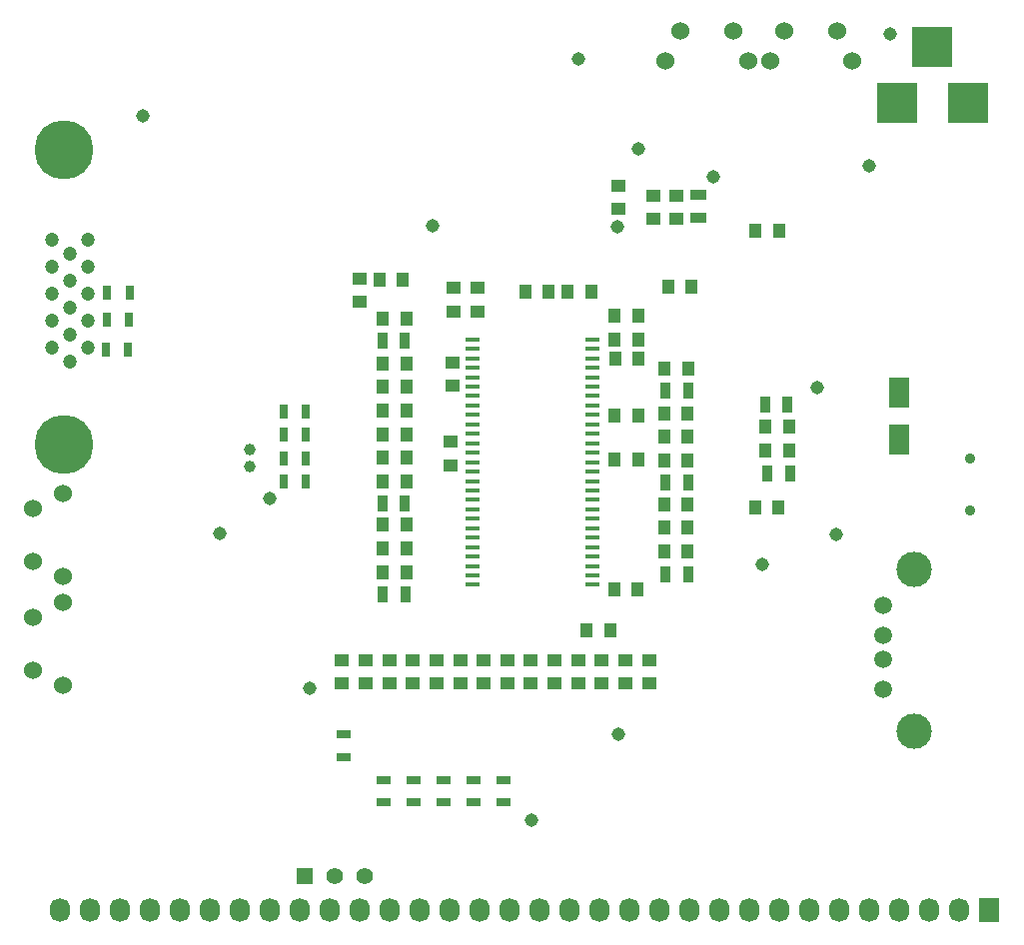
<source format=gbs>
%TF.GenerationSoftware,KiCad,Pcbnew,0.201506262353+5832~23~ubuntu14.04.1-product*%
%TF.CreationDate,2015-07-01T01:08:02-03:00*%
%TF.JobID,BoardRZA1,426F617264525A41312E6B696361645F,rev?*%
%TF.FileFunction,Soldermask,Bot*%
%FSLAX46Y46*%
G04 Gerber Fmt 4.6, Leading zero omitted, Abs format (unit mm)*
G04 Created by KiCad (PCBNEW 0.201506262353+5832~23~ubuntu14.04.1-product) date mié 01 jul 2015 01:08:02 ART*
%MOMM*%
G01*
G04 APERTURE LIST*
%ADD10C,0.100000*%
%ADD11C,5.001260*%
%ADD12C,1.198880*%
%ADD13C,0.899160*%
%ADD14C,1.501140*%
%ADD15C,2.999740*%
%ADD16R,3.500120X3.500120*%
%ADD17R,1.800860X2.499360*%
%ADD18R,0.889000X1.397000*%
%ADD19R,1.397000X0.889000*%
%ADD20C,1.524000*%
%ADD21R,1.150620X0.457200*%
%ADD22C,1.000760*%
%ADD23C,1.143000*%
%ADD24R,1.397000X1.397000*%
%ADD25C,1.397000*%
%ADD26R,1.727200X2.032000*%
%ADD27O,1.727200X2.032000*%
%ADD28R,1.000000X1.250000*%
%ADD29R,1.250000X1.000000*%
%ADD30R,1.300000X0.700000*%
%ADD31R,0.700000X1.300000*%
G04 APERTURE END LIST*
D10*
D11*
X38277800Y-53848000D03*
D12*
X40276780Y-41087040D03*
X40276780Y-43373040D03*
X40276780Y-45664120D03*
X40276780Y-38793420D03*
X40276780Y-36504880D03*
X38778180Y-39938960D03*
X38778180Y-42227500D03*
X38778180Y-44518580D03*
X38778180Y-46809660D03*
D11*
X38277800Y-28859480D03*
D12*
X38778180Y-37647880D03*
X37277040Y-45664120D03*
X37277040Y-43373040D03*
X37279580Y-41084500D03*
X37277040Y-38793420D03*
X37277040Y-36504880D03*
D13*
X115076160Y-59413140D03*
X115076160Y-55013860D03*
D14*
X107700000Y-67500000D03*
X107700000Y-70040000D03*
X107700000Y-72072000D03*
X107700000Y-74612000D03*
D15*
X110367000Y-64452000D03*
X110367000Y-78168000D03*
D16*
X108861860Y-24892000D03*
X114861340Y-24892000D03*
X111861600Y-20193000D03*
D17*
X109090460Y-53441600D03*
X109090460Y-49443640D03*
D18*
X67177500Y-45075000D03*
X65272500Y-45075000D03*
X67227500Y-66550000D03*
X65322500Y-66550000D03*
X89247500Y-64850000D03*
X91152500Y-64850000D03*
X89247500Y-57050000D03*
X91152500Y-57050000D03*
D19*
X92025000Y-32722500D03*
X92025000Y-34627500D03*
D18*
X65272500Y-58850000D03*
X67177500Y-58850000D03*
X89247500Y-49275000D03*
X91152500Y-49275000D03*
X99602500Y-50475000D03*
X97697500Y-50475000D03*
X99827500Y-56325000D03*
X97922500Y-56325000D03*
D20*
X38176600Y-67234000D03*
X38176600Y-74244000D03*
X35686600Y-68489000D03*
X35686600Y-72989000D03*
X38176600Y-58039200D03*
X38176600Y-65049200D03*
X35686600Y-59294200D03*
X35686600Y-63794200D03*
X105105000Y-21311000D03*
X98095000Y-21311000D03*
X103850000Y-18821000D03*
X99350000Y-18821000D03*
X96278500Y-21311000D03*
X89268500Y-21311000D03*
X95023500Y-18821000D03*
X90523500Y-18821000D03*
D21*
X83081000Y-44941500D03*
X83081000Y-45741600D03*
X83081000Y-46541700D03*
X83081000Y-47341800D03*
X83081000Y-48141900D03*
X83081000Y-48942000D03*
X83081000Y-49742100D03*
X83081000Y-50542200D03*
X83081000Y-51342300D03*
X83081000Y-52142400D03*
X83081000Y-52942500D03*
X83081000Y-53742600D03*
X83081000Y-54542700D03*
X83081000Y-55342800D03*
X83081000Y-56142900D03*
X83081000Y-56943000D03*
X83081000Y-57743100D03*
X83081000Y-58543200D03*
X83081000Y-59343300D03*
X83081000Y-60143400D03*
X83081000Y-60943500D03*
X83081000Y-61743600D03*
X83081000Y-62543700D03*
X83081000Y-63343800D03*
X83081000Y-64143900D03*
X83081000Y-64944000D03*
X83081000Y-65744100D03*
X72921000Y-65744100D03*
X72921000Y-64944000D03*
X72921000Y-64143900D03*
X72921000Y-63343800D03*
X72921000Y-62543700D03*
X72921000Y-61743600D03*
X72921000Y-60943500D03*
X72921000Y-60143400D03*
X72921000Y-59343300D03*
X72921000Y-58543200D03*
X72921000Y-57743100D03*
X72921000Y-56943000D03*
X72921000Y-56142900D03*
X72921000Y-55342800D03*
X72921000Y-54542700D03*
X72921000Y-53742600D03*
X72921000Y-52942500D03*
X72921000Y-52142400D03*
X72921000Y-51342300D03*
X72921000Y-50542200D03*
X72921000Y-49742100D03*
X72921000Y-48942000D03*
X72921000Y-48141900D03*
X72921000Y-47341800D03*
X72921000Y-46541700D03*
X72921000Y-45741600D03*
X72921000Y-44941500D03*
D22*
X54050000Y-55749300D03*
X54050000Y-54250700D03*
D23*
X106500000Y-30200000D03*
X97450000Y-64050000D03*
X55725000Y-58425000D03*
X69525000Y-35275000D03*
X77900000Y-85650000D03*
X85175000Y-35425000D03*
X93350000Y-31150000D03*
X102100000Y-49000000D03*
X108330340Y-19050320D03*
X81875000Y-21200000D03*
X44975000Y-25975000D03*
X85250000Y-78400000D03*
X59100000Y-74525000D03*
X51450000Y-61375000D03*
X86925000Y-28800000D03*
X103750000Y-61450000D03*
D24*
X58720000Y-90400000D03*
D25*
X61260000Y-90400000D03*
X63800000Y-90400000D03*
D26*
X116713000Y-93345000D03*
D27*
X114173000Y-93345000D03*
X111633000Y-93345000D03*
X109093000Y-93345000D03*
X106553000Y-93345000D03*
X104013000Y-93345000D03*
X101473000Y-93345000D03*
X98933000Y-93345000D03*
X96393000Y-93345000D03*
X93853000Y-93345000D03*
X91313000Y-93345000D03*
X88773000Y-93345000D03*
X86233000Y-93345000D03*
X83693000Y-93345000D03*
X81153000Y-93345000D03*
X78613000Y-93345000D03*
X76073000Y-93345000D03*
X73533000Y-93345000D03*
X70993000Y-93345000D03*
X68453000Y-93345000D03*
X65913000Y-93345000D03*
X63373000Y-93345000D03*
X60833000Y-93345000D03*
X58293000Y-93345000D03*
X55753000Y-93345000D03*
X53213000Y-93345000D03*
X50673000Y-93345000D03*
X48133000Y-93345000D03*
X45593000Y-93345000D03*
X43053000Y-93345000D03*
X40513000Y-93345000D03*
X37973000Y-93345000D03*
D28*
X91150000Y-58900000D03*
X89150000Y-58900000D03*
X91125000Y-55200000D03*
X89125000Y-55200000D03*
X65275000Y-62650000D03*
X67275000Y-62650000D03*
X91150000Y-62900000D03*
X89150000Y-62900000D03*
X65275000Y-43225000D03*
X67275000Y-43225000D03*
X65275000Y-48975000D03*
X67275000Y-48975000D03*
X65275000Y-52972500D03*
X67275000Y-52972500D03*
X65275000Y-60650000D03*
X67275000Y-60650000D03*
D29*
X67850000Y-72100000D03*
X67850000Y-74100000D03*
X75850000Y-72100000D03*
X75850000Y-74100000D03*
X79850000Y-72100000D03*
X79850000Y-74100000D03*
X85850000Y-72100000D03*
X85850000Y-74100000D03*
D28*
X91200000Y-47375000D03*
X89200000Y-47375000D03*
X91475000Y-40475000D03*
X89475000Y-40475000D03*
D29*
X85250000Y-33900000D03*
X85250000Y-31900000D03*
D28*
X77370000Y-40920000D03*
X79370000Y-40920000D03*
X65275000Y-50975000D03*
X67275000Y-50975000D03*
D29*
X73325000Y-40550000D03*
X73325000Y-42550000D03*
D28*
X67000000Y-39900000D03*
X65000000Y-39900000D03*
D29*
X81850000Y-72100000D03*
X81850000Y-74100000D03*
X77850000Y-72100000D03*
X77850000Y-74100000D03*
X65850000Y-72100000D03*
X65850000Y-74100000D03*
X88200000Y-34750000D03*
X88200000Y-32750000D03*
D28*
X80970000Y-40920000D03*
X82970000Y-40920000D03*
D29*
X71325000Y-40550000D03*
X71325000Y-42550000D03*
X73850000Y-72100000D03*
X73850000Y-74100000D03*
X69850000Y-72100000D03*
X69850000Y-74100000D03*
D28*
X65275000Y-56975000D03*
X67275000Y-56975000D03*
X91125000Y-51200000D03*
X89125000Y-51200000D03*
X97725000Y-52350000D03*
X99725000Y-52350000D03*
X96850000Y-59175000D03*
X98850000Y-59175000D03*
X97725000Y-54350000D03*
X99725000Y-54350000D03*
X67275000Y-64650000D03*
X65275000Y-64650000D03*
X98900000Y-35700000D03*
X96900000Y-35700000D03*
X84938500Y-51355000D03*
X86938500Y-51355000D03*
X84990000Y-46590000D03*
X86990000Y-46590000D03*
D29*
X71200000Y-48875000D03*
X71200000Y-46875000D03*
D28*
X84925000Y-44925000D03*
X86925000Y-44925000D03*
X84900000Y-66125000D03*
X86900000Y-66125000D03*
D29*
X71025000Y-53625000D03*
X71025000Y-55625000D03*
D28*
X84950000Y-55125000D03*
X86950000Y-55125000D03*
X91125000Y-53200000D03*
X89125000Y-53200000D03*
X91150000Y-60900000D03*
X89150000Y-60900000D03*
X65275000Y-46975000D03*
X67275000Y-46975000D03*
D29*
X90200000Y-34750000D03*
X90200000Y-32750000D03*
X63847000Y-72100000D03*
X63847000Y-74100000D03*
D28*
X84925000Y-42925000D03*
X86925000Y-42925000D03*
D29*
X87850000Y-72100000D03*
X87850000Y-74100000D03*
X61844000Y-72100000D03*
X61844000Y-74100000D03*
X71850000Y-72100000D03*
X71850000Y-74100000D03*
D28*
X65275000Y-54975000D03*
X67275000Y-54975000D03*
D30*
X75501500Y-84198500D03*
X75501500Y-82298500D03*
X70421500Y-84198500D03*
X70421500Y-82298500D03*
X65341500Y-84198500D03*
X65341500Y-82298500D03*
X72961500Y-84198500D03*
X72961500Y-82298500D03*
X67881500Y-84198500D03*
X67881500Y-82298500D03*
D31*
X56875000Y-57025000D03*
X58775000Y-57025000D03*
X56875000Y-55025000D03*
X58775000Y-55025000D03*
X56875000Y-53025000D03*
X58775000Y-53025000D03*
X56875000Y-51025000D03*
X58775000Y-51025000D03*
X41950600Y-40944800D03*
X43850600Y-40944800D03*
X41899800Y-43307000D03*
X43799800Y-43307000D03*
X41823600Y-45796200D03*
X43723600Y-45796200D03*
D30*
X62000000Y-78425000D03*
X62000000Y-80325000D03*
D29*
X83850000Y-72100000D03*
X83850000Y-74100000D03*
X63325000Y-41775000D03*
X63325000Y-39775000D03*
D28*
X84575000Y-69625000D03*
X82575000Y-69625000D03*
M02*

</source>
